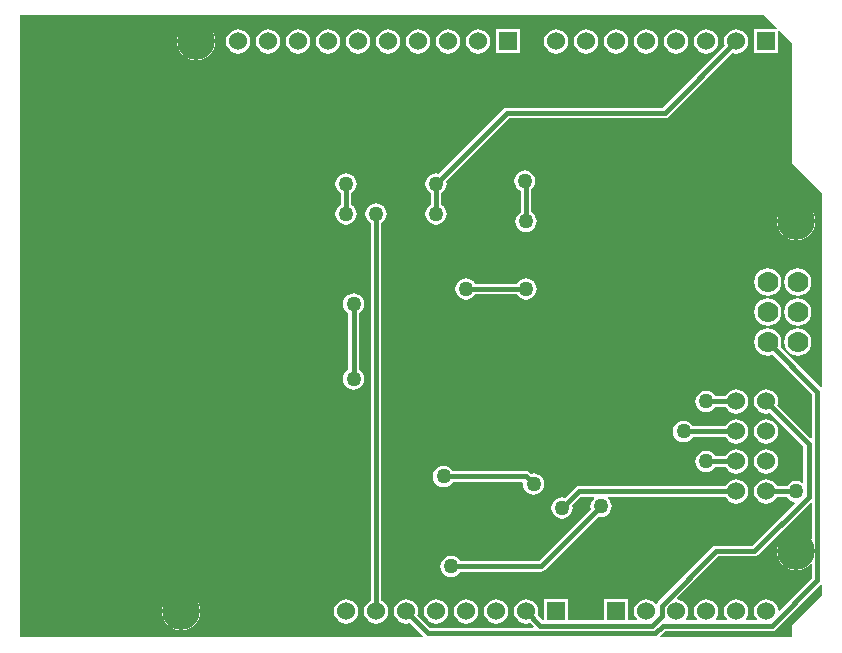
<source format=gbl>
G04*
G04 #@! TF.GenerationSoftware,Altium Limited,Altium Designer,26.2.0 (7)*
G04*
G04 Layer_Physical_Order=2*
G04 Layer_Color=16711680*
%FSLAX44Y44*%
%MOMM*%
G71*
G04*
G04 #@! TF.SameCoordinates,138AD885-AACF-4A89-911C-20B3B9BD5497*
G04*
G04*
G04 #@! TF.FilePolarity,Positive*
G04*
G01*
G75*
%ADD31C,0.3810*%
%ADD32C,3.2000*%
%ADD33C,1.5240*%
%ADD34R,1.5240X1.5240*%
%ADD35C,1.7780*%
%ADD36C,1.2700*%
G36*
X644209Y519430D02*
X643683Y518160D01*
X624840D01*
Y497840D01*
X645160D01*
Y516683D01*
X646430Y517209D01*
X657033Y506605D01*
Y406400D01*
X657290Y405112D01*
X658019Y404019D01*
X682433Y379605D01*
Y215636D01*
X681163Y215146D01*
X647025Y249284D01*
X647536Y250516D01*
X647929Y253500D01*
X647536Y256484D01*
X646384Y259265D01*
X644552Y261652D01*
X642164Y263484D01*
X639384Y264636D01*
X636400Y265029D01*
X633416Y264636D01*
X630636Y263484D01*
X628248Y261652D01*
X626416Y259265D01*
X625264Y256484D01*
X624871Y253500D01*
X625264Y250516D01*
X626416Y247736D01*
X628248Y245348D01*
X630636Y243516D01*
X633416Y242364D01*
X636400Y241971D01*
X639384Y242364D01*
X640616Y242875D01*
X673773Y209718D01*
Y172496D01*
X672600Y172010D01*
X644653Y199956D01*
X644899Y200548D01*
X645248Y203200D01*
X644899Y205852D01*
X643875Y208324D01*
X642246Y210446D01*
X640124Y212075D01*
X637652Y213099D01*
X635000Y213448D01*
X632348Y213099D01*
X629876Y212075D01*
X627754Y210446D01*
X626125Y208324D01*
X625102Y205852D01*
X624752Y203200D01*
X625102Y200548D01*
X626125Y198076D01*
X627754Y195954D01*
X629876Y194325D01*
X632348Y193302D01*
X635000Y192952D01*
X637652Y193302D01*
X638244Y193547D01*
X666663Y165128D01*
Y134836D01*
X665524Y134274D01*
X664883Y134765D01*
X662721Y135661D01*
X660400Y135967D01*
X658079Y135661D01*
X655917Y134765D01*
X654060Y133340D01*
X652672Y131532D01*
X644120D01*
X643875Y132124D01*
X642246Y134246D01*
X640124Y135875D01*
X637652Y136898D01*
X635000Y137248D01*
X632348Y136898D01*
X629876Y135875D01*
X627754Y134246D01*
X626125Y132124D01*
X625102Y129652D01*
X624752Y127000D01*
X625102Y124348D01*
X626125Y121876D01*
X627754Y119754D01*
X629876Y118125D01*
X632348Y117101D01*
X635000Y116752D01*
X637652Y117101D01*
X640124Y118125D01*
X642246Y119754D01*
X643875Y121876D01*
X644120Y122468D01*
X652672D01*
X654060Y120660D01*
X655917Y119235D01*
X658079Y118339D01*
X658880Y118233D01*
X659288Y117031D01*
X623252Y80995D01*
X592800D01*
X591066Y80650D01*
X589596Y79668D01*
X589596Y79668D01*
X543530Y33602D01*
X542592Y32197D01*
X542492Y32071D01*
X541301Y31793D01*
X540646Y32646D01*
X538524Y34275D01*
X536052Y35299D01*
X533400Y35648D01*
X530748Y35299D01*
X528276Y34275D01*
X526154Y32646D01*
X524525Y30524D01*
X523502Y28052D01*
X523152Y25400D01*
X523502Y22748D01*
X524525Y20276D01*
X525399Y19137D01*
X524773Y17867D01*
X518160D01*
Y35560D01*
X497840D01*
Y17867D01*
X467360D01*
Y35560D01*
X447040D01*
Y17867D01*
X445742D01*
X441453Y22156D01*
X441698Y22748D01*
X442048Y25400D01*
X441698Y28052D01*
X440675Y30524D01*
X439046Y32646D01*
X436924Y34275D01*
X434452Y35299D01*
X431800Y35648D01*
X429148Y35299D01*
X426676Y34275D01*
X424554Y32646D01*
X422925Y30524D01*
X421902Y28052D01*
X421552Y25400D01*
X421902Y22748D01*
X422925Y20276D01*
X424554Y18154D01*
X426676Y16525D01*
X429148Y15502D01*
X431800Y15152D01*
X434452Y15502D01*
X435044Y15747D01*
X438100Y12690D01*
X437614Y11517D01*
X350492D01*
X339853Y22156D01*
X340098Y22748D01*
X340448Y25400D01*
X340098Y28052D01*
X339075Y30524D01*
X337446Y32646D01*
X335324Y34275D01*
X332852Y35299D01*
X330200Y35648D01*
X327548Y35299D01*
X325076Y34275D01*
X322954Y32646D01*
X321325Y30524D01*
X320302Y28052D01*
X319952Y25400D01*
X320302Y22748D01*
X321325Y20276D01*
X322954Y18154D01*
X325076Y16525D01*
X327548Y15502D01*
X330200Y15152D01*
X332852Y15502D01*
X333444Y15747D01*
X344554Y4637D01*
X344028Y3367D01*
X3367D01*
Y530033D01*
X633605D01*
X644209Y519430D01*
D02*
G37*
G36*
X673773Y117038D02*
Y87128D01*
X672503Y86673D01*
X671768Y87569D01*
X669332Y89568D01*
X666553Y91054D01*
X663537Y91968D01*
X660400Y92277D01*
X657263Y91968D01*
X654247Y91054D01*
X651468Y89568D01*
X649032Y87569D01*
X647032Y85132D01*
X645546Y82353D01*
X644632Y79337D01*
X644323Y76200D01*
X644632Y73064D01*
X645546Y70047D01*
X647032Y67268D01*
X649032Y64832D01*
X651468Y62832D01*
X654247Y61346D01*
X657263Y60431D01*
X660400Y60123D01*
X663537Y60431D01*
X666553Y61346D01*
X669332Y62832D01*
X671768Y64832D01*
X672503Y65726D01*
X673773Y65272D01*
Y53520D01*
X646427Y26174D01*
X645086Y26629D01*
X644899Y28052D01*
X643875Y30524D01*
X642246Y32646D01*
X640124Y34275D01*
X637652Y35299D01*
X635000Y35648D01*
X632348Y35299D01*
X629876Y34275D01*
X627754Y32646D01*
X626125Y30524D01*
X625102Y28052D01*
X624752Y25400D01*
X625102Y22748D01*
X626125Y20276D01*
X626999Y19137D01*
X626373Y17867D01*
X618227D01*
X617601Y19137D01*
X618475Y20276D01*
X619498Y22748D01*
X619848Y25400D01*
X619498Y28052D01*
X618475Y30524D01*
X616846Y32646D01*
X614724Y34275D01*
X612252Y35299D01*
X609600Y35648D01*
X606948Y35299D01*
X604476Y34275D01*
X602354Y32646D01*
X600725Y30524D01*
X599701Y28052D01*
X599352Y25400D01*
X599701Y22748D01*
X600725Y20276D01*
X601599Y19137D01*
X600973Y17867D01*
X592827D01*
X592201Y19137D01*
X593075Y20276D01*
X594099Y22748D01*
X594448Y25400D01*
X594099Y28052D01*
X593075Y30524D01*
X591446Y32646D01*
X589324Y34275D01*
X586852Y35299D01*
X584200Y35648D01*
X581548Y35299D01*
X579076Y34275D01*
X576954Y32646D01*
X575325Y30524D01*
X574301Y28052D01*
X573952Y25400D01*
X574301Y22748D01*
X575325Y20276D01*
X576199Y19137D01*
X575573Y17867D01*
X567427D01*
X566801Y19137D01*
X567675Y20276D01*
X568699Y22748D01*
X569048Y25400D01*
X568699Y28052D01*
X567675Y30524D01*
X566046Y32646D01*
X563924Y34275D01*
X561452Y35299D01*
X560029Y35486D01*
X559574Y36827D01*
X594678Y71931D01*
X625129D01*
X626864Y72276D01*
X628334Y73258D01*
X672600Y117524D01*
X673773Y117038D01*
D02*
G37*
G36*
X682433Y47602D02*
Y39495D01*
X658019Y15081D01*
X657290Y13988D01*
X657033Y12700D01*
Y3367D01*
X545615D01*
X545089Y4637D01*
X549255Y8803D01*
X639997D01*
X641732Y9148D01*
X643202Y10130D01*
X681163Y48092D01*
X682433Y47602D01*
D02*
G37*
%LPC*%
G36*
X426720Y518160D02*
X406400D01*
Y497840D01*
X426720D01*
Y518160D01*
D02*
G37*
G36*
X609600Y518248D02*
X606948Y517898D01*
X604476Y516875D01*
X602354Y515246D01*
X600725Y513124D01*
X599701Y510652D01*
X599352Y508000D01*
X599701Y505348D01*
X599947Y504756D01*
X547155Y451964D01*
X415682D01*
X413948Y451619D01*
X412477Y450637D01*
X357860Y396019D01*
X355600Y396317D01*
X353279Y396011D01*
X351117Y395115D01*
X349260Y393690D01*
X347835Y391833D01*
X346939Y389671D01*
X346633Y387350D01*
X346939Y385029D01*
X347835Y382867D01*
X349260Y381010D01*
X351068Y379622D01*
Y369678D01*
X349260Y368290D01*
X347835Y366433D01*
X346939Y364271D01*
X346633Y361950D01*
X346939Y359629D01*
X347835Y357467D01*
X349260Y355610D01*
X351117Y354185D01*
X353279Y353289D01*
X355600Y352983D01*
X357921Y353289D01*
X360083Y354185D01*
X361940Y355610D01*
X363365Y357467D01*
X364261Y359629D01*
X364567Y361950D01*
X364261Y364271D01*
X363365Y366433D01*
X361940Y368290D01*
X360132Y369678D01*
Y379622D01*
X361940Y381010D01*
X363365Y382867D01*
X364261Y385029D01*
X364567Y387350D01*
X364269Y389610D01*
X417559Y442900D01*
X549032D01*
X550766Y443245D01*
X552237Y444227D01*
X606356Y498347D01*
X606948Y498102D01*
X609600Y497752D01*
X612252Y498102D01*
X614724Y499125D01*
X616846Y500754D01*
X618475Y502876D01*
X619498Y505348D01*
X619848Y508000D01*
X619498Y510652D01*
X618475Y513124D01*
X616846Y515246D01*
X614724Y516875D01*
X612252Y517898D01*
X609600Y518248D01*
D02*
G37*
G36*
X584200D02*
X581548Y517898D01*
X579076Y516875D01*
X576954Y515246D01*
X575325Y513124D01*
X574301Y510652D01*
X573952Y508000D01*
X574301Y505348D01*
X575325Y502876D01*
X576954Y500754D01*
X579076Y499125D01*
X581548Y498102D01*
X584200Y497752D01*
X586852Y498102D01*
X589324Y499125D01*
X591446Y500754D01*
X593075Y502876D01*
X594099Y505348D01*
X594448Y508000D01*
X594099Y510652D01*
X593075Y513124D01*
X591446Y515246D01*
X589324Y516875D01*
X586852Y517898D01*
X584200Y518248D01*
D02*
G37*
G36*
X558800D02*
X556148Y517898D01*
X553676Y516875D01*
X551554Y515246D01*
X549925Y513124D01*
X548901Y510652D01*
X548552Y508000D01*
X548901Y505348D01*
X549925Y502876D01*
X551554Y500754D01*
X553676Y499125D01*
X556148Y498102D01*
X558800Y497752D01*
X561452Y498102D01*
X563924Y499125D01*
X566046Y500754D01*
X567675Y502876D01*
X568699Y505348D01*
X569048Y508000D01*
X568699Y510652D01*
X567675Y513124D01*
X566046Y515246D01*
X563924Y516875D01*
X561452Y517898D01*
X558800Y518248D01*
D02*
G37*
G36*
X533400D02*
X530748Y517898D01*
X528276Y516875D01*
X526154Y515246D01*
X524525Y513124D01*
X523502Y510652D01*
X523152Y508000D01*
X523502Y505348D01*
X524525Y502876D01*
X526154Y500754D01*
X528276Y499125D01*
X530748Y498102D01*
X533400Y497752D01*
X536052Y498102D01*
X538524Y499125D01*
X540646Y500754D01*
X542275Y502876D01*
X543298Y505348D01*
X543648Y508000D01*
X543298Y510652D01*
X542275Y513124D01*
X540646Y515246D01*
X538524Y516875D01*
X536052Y517898D01*
X533400Y518248D01*
D02*
G37*
G36*
X508000D02*
X505348Y517898D01*
X502876Y516875D01*
X500754Y515246D01*
X499125Y513124D01*
X498102Y510652D01*
X497752Y508000D01*
X498102Y505348D01*
X499125Y502876D01*
X500754Y500754D01*
X502876Y499125D01*
X505348Y498102D01*
X508000Y497752D01*
X510652Y498102D01*
X513124Y499125D01*
X515246Y500754D01*
X516875Y502876D01*
X517898Y505348D01*
X518248Y508000D01*
X517898Y510652D01*
X516875Y513124D01*
X515246Y515246D01*
X513124Y516875D01*
X510652Y517898D01*
X508000Y518248D01*
D02*
G37*
G36*
X482600D02*
X479948Y517898D01*
X477476Y516875D01*
X475354Y515246D01*
X473725Y513124D01*
X472701Y510652D01*
X472352Y508000D01*
X472701Y505348D01*
X473725Y502876D01*
X475354Y500754D01*
X477476Y499125D01*
X479948Y498102D01*
X482600Y497752D01*
X485252Y498102D01*
X487724Y499125D01*
X489846Y500754D01*
X491475Y502876D01*
X492499Y505348D01*
X492848Y508000D01*
X492499Y510652D01*
X491475Y513124D01*
X489846Y515246D01*
X487724Y516875D01*
X485252Y517898D01*
X482600Y518248D01*
D02*
G37*
G36*
X457200D02*
X454548Y517898D01*
X452076Y516875D01*
X449954Y515246D01*
X448325Y513124D01*
X447301Y510652D01*
X446952Y508000D01*
X447301Y505348D01*
X448325Y502876D01*
X449954Y500754D01*
X452076Y499125D01*
X454548Y498102D01*
X457200Y497752D01*
X459852Y498102D01*
X462324Y499125D01*
X464446Y500754D01*
X466075Y502876D01*
X467099Y505348D01*
X467448Y508000D01*
X467099Y510652D01*
X466075Y513124D01*
X464446Y515246D01*
X462324Y516875D01*
X459852Y517898D01*
X457200Y518248D01*
D02*
G37*
G36*
X391160D02*
X388508Y517898D01*
X386036Y516875D01*
X383914Y515246D01*
X382285Y513124D01*
X381261Y510652D01*
X380912Y508000D01*
X381261Y505348D01*
X382285Y502876D01*
X383914Y500754D01*
X386036Y499125D01*
X388508Y498102D01*
X391160Y497752D01*
X393812Y498102D01*
X396284Y499125D01*
X398406Y500754D01*
X400035Y502876D01*
X401059Y505348D01*
X401408Y508000D01*
X401059Y510652D01*
X400035Y513124D01*
X398406Y515246D01*
X396284Y516875D01*
X393812Y517898D01*
X391160Y518248D01*
D02*
G37*
G36*
X365760D02*
X363108Y517898D01*
X360636Y516875D01*
X358514Y515246D01*
X356885Y513124D01*
X355862Y510652D01*
X355512Y508000D01*
X355862Y505348D01*
X356885Y502876D01*
X358514Y500754D01*
X360636Y499125D01*
X363108Y498102D01*
X365760Y497752D01*
X368412Y498102D01*
X370884Y499125D01*
X373006Y500754D01*
X374635Y502876D01*
X375658Y505348D01*
X376008Y508000D01*
X375658Y510652D01*
X374635Y513124D01*
X373006Y515246D01*
X370884Y516875D01*
X368412Y517898D01*
X365760Y518248D01*
D02*
G37*
G36*
X340360D02*
X337708Y517898D01*
X335236Y516875D01*
X333114Y515246D01*
X331485Y513124D01*
X330462Y510652D01*
X330112Y508000D01*
X330462Y505348D01*
X331485Y502876D01*
X333114Y500754D01*
X335236Y499125D01*
X337708Y498102D01*
X340360Y497752D01*
X343012Y498102D01*
X345484Y499125D01*
X347606Y500754D01*
X349235Y502876D01*
X350258Y505348D01*
X350608Y508000D01*
X350258Y510652D01*
X349235Y513124D01*
X347606Y515246D01*
X345484Y516875D01*
X343012Y517898D01*
X340360Y518248D01*
D02*
G37*
G36*
X314960D02*
X312308Y517898D01*
X309836Y516875D01*
X307714Y515246D01*
X306085Y513124D01*
X305061Y510652D01*
X304712Y508000D01*
X305061Y505348D01*
X306085Y502876D01*
X307714Y500754D01*
X309836Y499125D01*
X312308Y498102D01*
X314960Y497752D01*
X317612Y498102D01*
X320084Y499125D01*
X322206Y500754D01*
X323835Y502876D01*
X324859Y505348D01*
X325208Y508000D01*
X324859Y510652D01*
X323835Y513124D01*
X322206Y515246D01*
X320084Y516875D01*
X317612Y517898D01*
X314960Y518248D01*
D02*
G37*
G36*
X289560D02*
X286908Y517898D01*
X284436Y516875D01*
X282314Y515246D01*
X280685Y513124D01*
X279662Y510652D01*
X279312Y508000D01*
X279662Y505348D01*
X280685Y502876D01*
X282314Y500754D01*
X284436Y499125D01*
X286908Y498102D01*
X289560Y497752D01*
X292212Y498102D01*
X294684Y499125D01*
X296806Y500754D01*
X298435Y502876D01*
X299459Y505348D01*
X299808Y508000D01*
X299459Y510652D01*
X298435Y513124D01*
X296806Y515246D01*
X294684Y516875D01*
X292212Y517898D01*
X289560Y518248D01*
D02*
G37*
G36*
X264160D02*
X261508Y517898D01*
X259036Y516875D01*
X256914Y515246D01*
X255285Y513124D01*
X254261Y510652D01*
X253912Y508000D01*
X254261Y505348D01*
X255285Y502876D01*
X256914Y500754D01*
X259036Y499125D01*
X261508Y498102D01*
X264160Y497752D01*
X266812Y498102D01*
X269284Y499125D01*
X271406Y500754D01*
X273035Y502876D01*
X274058Y505348D01*
X274408Y508000D01*
X274058Y510652D01*
X273035Y513124D01*
X271406Y515246D01*
X269284Y516875D01*
X266812Y517898D01*
X264160Y518248D01*
D02*
G37*
G36*
X238760D02*
X236108Y517898D01*
X233636Y516875D01*
X231514Y515246D01*
X229885Y513124D01*
X228862Y510652D01*
X228512Y508000D01*
X228862Y505348D01*
X229885Y502876D01*
X231514Y500754D01*
X233636Y499125D01*
X236108Y498102D01*
X238760Y497752D01*
X241412Y498102D01*
X243884Y499125D01*
X246006Y500754D01*
X247635Y502876D01*
X248659Y505348D01*
X249008Y508000D01*
X248659Y510652D01*
X247635Y513124D01*
X246006Y515246D01*
X243884Y516875D01*
X241412Y517898D01*
X238760Y518248D01*
D02*
G37*
G36*
X213360D02*
X210708Y517898D01*
X208236Y516875D01*
X206114Y515246D01*
X204485Y513124D01*
X203461Y510652D01*
X203112Y508000D01*
X203461Y505348D01*
X204485Y502876D01*
X206114Y500754D01*
X208236Y499125D01*
X210708Y498102D01*
X213360Y497752D01*
X216012Y498102D01*
X218484Y499125D01*
X220606Y500754D01*
X222235Y502876D01*
X223258Y505348D01*
X223608Y508000D01*
X223258Y510652D01*
X222235Y513124D01*
X220606Y515246D01*
X218484Y516875D01*
X216012Y517898D01*
X213360Y518248D01*
D02*
G37*
G36*
X187960D02*
X185308Y517898D01*
X182836Y516875D01*
X180714Y515246D01*
X179085Y513124D01*
X178062Y510652D01*
X177712Y508000D01*
X178062Y505348D01*
X179085Y502876D01*
X180714Y500754D01*
X182836Y499125D01*
X185308Y498102D01*
X187960Y497752D01*
X190612Y498102D01*
X193084Y499125D01*
X195206Y500754D01*
X196835Y502876D01*
X197859Y505348D01*
X198208Y508000D01*
X197859Y510652D01*
X196835Y513124D01*
X195206Y515246D01*
X193084Y516875D01*
X190612Y517898D01*
X187960Y518248D01*
D02*
G37*
G36*
X152400Y524077D02*
X149263Y523769D01*
X146247Y522854D01*
X143468Y521368D01*
X141032Y519369D01*
X139032Y516932D01*
X137546Y514153D01*
X136631Y511137D01*
X136323Y508000D01*
X136631Y504864D01*
X137546Y501847D01*
X139032Y499068D01*
X141032Y496632D01*
X143468Y494632D01*
X146247Y493146D01*
X149263Y492231D01*
X152400Y491923D01*
X155536Y492231D01*
X158553Y493146D01*
X161332Y494632D01*
X163769Y496632D01*
X165768Y499068D01*
X167254Y501847D01*
X168169Y504864D01*
X168477Y508000D01*
X168169Y511137D01*
X167254Y514153D01*
X165768Y516932D01*
X163769Y519369D01*
X161332Y521368D01*
X158553Y522854D01*
X155536Y523769D01*
X152400Y524077D01*
D02*
G37*
G36*
X279400Y396317D02*
X277079Y396011D01*
X274917Y395115D01*
X273060Y393690D01*
X271635Y391833D01*
X270739Y389671D01*
X270433Y387350D01*
X270739Y385029D01*
X271635Y382867D01*
X273060Y381010D01*
X274868Y379622D01*
Y369678D01*
X273060Y368290D01*
X271635Y366433D01*
X270739Y364271D01*
X270433Y361950D01*
X270739Y359629D01*
X271635Y357467D01*
X273060Y355610D01*
X274917Y354185D01*
X277079Y353289D01*
X279400Y352983D01*
X281721Y353289D01*
X283883Y354185D01*
X285740Y355610D01*
X287165Y357467D01*
X288061Y359629D01*
X288367Y361950D01*
X288061Y364271D01*
X287165Y366433D01*
X285740Y368290D01*
X283932Y369678D01*
Y379622D01*
X285740Y381010D01*
X287165Y382867D01*
X288061Y385029D01*
X288367Y387350D01*
X288061Y389671D01*
X287165Y391833D01*
X285740Y393690D01*
X283883Y395115D01*
X281721Y396011D01*
X279400Y396317D01*
D02*
G37*
G36*
X430780Y398723D02*
X428459Y398417D01*
X426296Y397522D01*
X424439Y396097D01*
X423014Y394240D01*
X422119Y392077D01*
X421813Y389756D01*
X422119Y387435D01*
X423014Y385273D01*
X424439Y383416D01*
X426296Y381991D01*
X427268Y381588D01*
Y363328D01*
X425460Y361940D01*
X424035Y360083D01*
X423139Y357921D01*
X422833Y355600D01*
X423139Y353279D01*
X424035Y351117D01*
X425460Y349260D01*
X427317Y347835D01*
X429479Y346939D01*
X431800Y346633D01*
X434121Y346939D01*
X436283Y347835D01*
X438140Y349260D01*
X439565Y351117D01*
X440461Y353279D01*
X440767Y355600D01*
X440461Y357921D01*
X439565Y360083D01*
X438140Y361940D01*
X436332Y363328D01*
Y382811D01*
X437120Y383416D01*
X438545Y385273D01*
X439441Y387435D01*
X439746Y389756D01*
X439441Y392077D01*
X438545Y394240D01*
X437120Y396097D01*
X435263Y397522D01*
X433101Y398417D01*
X430780Y398723D01*
D02*
G37*
G36*
X660400Y371677D02*
X657263Y371368D01*
X654247Y370454D01*
X651468Y368968D01*
X649032Y366968D01*
X647032Y364532D01*
X645546Y361753D01*
X644632Y358736D01*
X644323Y355600D01*
X644632Y352463D01*
X645546Y349447D01*
X647032Y346668D01*
X649032Y344231D01*
X651468Y342232D01*
X654247Y340746D01*
X657263Y339832D01*
X660400Y339523D01*
X663537Y339832D01*
X666553Y340746D01*
X669332Y342232D01*
X671768Y344231D01*
X673768Y346668D01*
X675254Y349447D01*
X676169Y352463D01*
X676477Y355600D01*
X676169Y358736D01*
X675254Y361753D01*
X673768Y364532D01*
X671768Y366968D01*
X669332Y368968D01*
X666553Y370454D01*
X663537Y371368D01*
X660400Y371677D01*
D02*
G37*
G36*
X431800Y307417D02*
X429479Y307111D01*
X427317Y306215D01*
X425460Y304790D01*
X424072Y302982D01*
X388728D01*
X387340Y304790D01*
X385483Y306215D01*
X383321Y307111D01*
X381000Y307417D01*
X378679Y307111D01*
X376517Y306215D01*
X374660Y304790D01*
X373235Y302933D01*
X372339Y300771D01*
X372033Y298450D01*
X372339Y296129D01*
X373235Y293967D01*
X374660Y292110D01*
X376517Y290685D01*
X378679Y289789D01*
X381000Y289483D01*
X383321Y289789D01*
X385483Y290685D01*
X387340Y292110D01*
X388728Y293918D01*
X424072D01*
X425460Y292110D01*
X427317Y290685D01*
X429479Y289789D01*
X431800Y289483D01*
X434121Y289789D01*
X436283Y290685D01*
X438140Y292110D01*
X439565Y293967D01*
X440461Y296129D01*
X440767Y298450D01*
X440461Y300771D01*
X439565Y302933D01*
X438140Y304790D01*
X436283Y306215D01*
X434121Y307111D01*
X431800Y307417D01*
D02*
G37*
G36*
X661800Y315829D02*
X658816Y315436D01*
X656036Y314284D01*
X653648Y312452D01*
X651816Y310065D01*
X650664Y307284D01*
X650271Y304300D01*
X650664Y301316D01*
X651816Y298536D01*
X653648Y296148D01*
X656036Y294316D01*
X658816Y293164D01*
X661800Y292771D01*
X664784Y293164D01*
X667564Y294316D01*
X669952Y296148D01*
X671784Y298536D01*
X672936Y301316D01*
X673329Y304300D01*
X672936Y307284D01*
X671784Y310065D01*
X669952Y312452D01*
X667564Y314284D01*
X664784Y315436D01*
X661800Y315829D01*
D02*
G37*
G36*
X636400D02*
X633416Y315436D01*
X630636Y314284D01*
X628248Y312452D01*
X626416Y310065D01*
X625264Y307284D01*
X624871Y304300D01*
X625264Y301316D01*
X626416Y298536D01*
X628248Y296148D01*
X630636Y294316D01*
X633416Y293164D01*
X636400Y292771D01*
X639384Y293164D01*
X642164Y294316D01*
X644552Y296148D01*
X646384Y298536D01*
X647536Y301316D01*
X647929Y304300D01*
X647536Y307284D01*
X646384Y310065D01*
X644552Y312452D01*
X642164Y314284D01*
X639384Y315436D01*
X636400Y315829D01*
D02*
G37*
G36*
X661800Y290429D02*
X658816Y290036D01*
X656036Y288884D01*
X653648Y287052D01*
X651816Y284664D01*
X650664Y281884D01*
X650271Y278900D01*
X650664Y275916D01*
X651816Y273136D01*
X653648Y270748D01*
X656036Y268916D01*
X658816Y267764D01*
X661800Y267372D01*
X664784Y267764D01*
X667564Y268916D01*
X669952Y270748D01*
X671784Y273136D01*
X672936Y275916D01*
X673329Y278900D01*
X672936Y281884D01*
X671784Y284664D01*
X669952Y287052D01*
X667564Y288884D01*
X664784Y290036D01*
X661800Y290429D01*
D02*
G37*
G36*
X636400D02*
X633416Y290036D01*
X630636Y288884D01*
X628248Y287052D01*
X626416Y284664D01*
X625264Y281884D01*
X624871Y278900D01*
X625264Y275916D01*
X626416Y273136D01*
X628248Y270748D01*
X630636Y268916D01*
X633416Y267764D01*
X636400Y267372D01*
X639384Y267764D01*
X642164Y268916D01*
X644552Y270748D01*
X646384Y273136D01*
X647536Y275916D01*
X647929Y278900D01*
X647536Y281884D01*
X646384Y284664D01*
X644552Y287052D01*
X642164Y288884D01*
X639384Y290036D01*
X636400Y290429D01*
D02*
G37*
G36*
X661800Y265029D02*
X658816Y264636D01*
X656036Y263484D01*
X653648Y261652D01*
X651816Y259265D01*
X650664Y256484D01*
X650271Y253500D01*
X650664Y250516D01*
X651816Y247736D01*
X653648Y245348D01*
X656036Y243516D01*
X658816Y242364D01*
X661800Y241971D01*
X664784Y242364D01*
X667564Y243516D01*
X669952Y245348D01*
X671784Y247736D01*
X672936Y250516D01*
X673329Y253500D01*
X672936Y256484D01*
X671784Y259265D01*
X669952Y261652D01*
X667564Y263484D01*
X664784Y264636D01*
X661800Y265029D01*
D02*
G37*
G36*
X285750Y294717D02*
X283429Y294411D01*
X281267Y293515D01*
X279410Y292090D01*
X277985Y290233D01*
X277089Y288071D01*
X276783Y285750D01*
X277089Y283429D01*
X277985Y281267D01*
X279410Y279410D01*
X281218Y278022D01*
Y229978D01*
X279410Y228590D01*
X277985Y226733D01*
X277089Y224571D01*
X276783Y222250D01*
X277089Y219929D01*
X277985Y217767D01*
X279410Y215910D01*
X281267Y214485D01*
X283429Y213589D01*
X285750Y213283D01*
X288071Y213589D01*
X290233Y214485D01*
X292090Y215910D01*
X293515Y217767D01*
X294411Y219929D01*
X294717Y222250D01*
X294411Y224571D01*
X293515Y226733D01*
X292090Y228590D01*
X290282Y229978D01*
Y278022D01*
X292090Y279410D01*
X293515Y281267D01*
X294411Y283429D01*
X294717Y285750D01*
X294411Y288071D01*
X293515Y290233D01*
X292090Y292090D01*
X290233Y293515D01*
X288071Y294411D01*
X285750Y294717D01*
D02*
G37*
G36*
X609600Y213448D02*
X606948Y213099D01*
X604476Y212075D01*
X602354Y210446D01*
X600725Y208324D01*
X600480Y207732D01*
X591928D01*
X590540Y209540D01*
X588683Y210965D01*
X586521Y211861D01*
X584200Y212167D01*
X581879Y211861D01*
X579717Y210965D01*
X577860Y209540D01*
X576435Y207683D01*
X575539Y205521D01*
X575233Y203200D01*
X575539Y200879D01*
X576435Y198717D01*
X577860Y196860D01*
X579717Y195435D01*
X581879Y194539D01*
X584200Y194233D01*
X586521Y194539D01*
X588683Y195435D01*
X590540Y196860D01*
X591928Y198668D01*
X600480D01*
X600725Y198076D01*
X602354Y195954D01*
X604476Y194325D01*
X606948Y193302D01*
X609600Y192952D01*
X612252Y193302D01*
X614724Y194325D01*
X616846Y195954D01*
X618475Y198076D01*
X619498Y200548D01*
X619848Y203200D01*
X619498Y205852D01*
X618475Y208324D01*
X616846Y210446D01*
X614724Y212075D01*
X612252Y213099D01*
X609600Y213448D01*
D02*
G37*
G36*
Y188048D02*
X606948Y187698D01*
X604476Y186675D01*
X602354Y185046D01*
X600725Y182924D01*
X600480Y182332D01*
X572878D01*
X571490Y184140D01*
X569633Y185565D01*
X567471Y186461D01*
X565150Y186767D01*
X562829Y186461D01*
X560667Y185565D01*
X558810Y184140D01*
X557385Y182283D01*
X556489Y180121D01*
X556183Y177800D01*
X556489Y175479D01*
X557385Y173317D01*
X558810Y171460D01*
X560667Y170035D01*
X562829Y169139D01*
X565150Y168833D01*
X567471Y169139D01*
X569633Y170035D01*
X571490Y171460D01*
X572878Y173268D01*
X600480D01*
X600725Y172676D01*
X602354Y170554D01*
X604476Y168925D01*
X606948Y167901D01*
X609600Y167552D01*
X612252Y167901D01*
X614724Y168925D01*
X616846Y170554D01*
X618475Y172676D01*
X619498Y175148D01*
X619848Y177800D01*
X619498Y180452D01*
X618475Y182924D01*
X616846Y185046D01*
X614724Y186675D01*
X612252Y187698D01*
X609600Y188048D01*
D02*
G37*
G36*
X635000D02*
X632348Y187698D01*
X629876Y186675D01*
X627754Y185046D01*
X626125Y182924D01*
X625102Y180452D01*
X624752Y177800D01*
X625102Y175148D01*
X626125Y172676D01*
X627754Y170554D01*
X629876Y168925D01*
X632348Y167901D01*
X635000Y167552D01*
X637652Y167901D01*
X640124Y168925D01*
X642246Y170554D01*
X643875Y172676D01*
X644899Y175148D01*
X645248Y177800D01*
X644899Y180452D01*
X643875Y182924D01*
X642246Y185046D01*
X640124Y186675D01*
X637652Y187698D01*
X635000Y188048D01*
D02*
G37*
G36*
X609600Y162648D02*
X606948Y162299D01*
X604476Y161275D01*
X602354Y159646D01*
X600725Y157524D01*
X600480Y156932D01*
X591928D01*
X590540Y158740D01*
X588683Y160165D01*
X586521Y161061D01*
X584200Y161367D01*
X581879Y161061D01*
X579717Y160165D01*
X577860Y158740D01*
X576435Y156883D01*
X575539Y154721D01*
X575233Y152400D01*
X575539Y150079D01*
X576435Y147917D01*
X577860Y146060D01*
X579717Y144635D01*
X581879Y143739D01*
X584200Y143433D01*
X586521Y143739D01*
X588683Y144635D01*
X590540Y146060D01*
X591928Y147868D01*
X600480D01*
X600725Y147276D01*
X602354Y145154D01*
X604476Y143525D01*
X606948Y142501D01*
X609600Y142152D01*
X612252Y142501D01*
X614724Y143525D01*
X616846Y145154D01*
X618475Y147276D01*
X619498Y149748D01*
X619848Y152400D01*
X619498Y155052D01*
X618475Y157524D01*
X616846Y159646D01*
X614724Y161275D01*
X612252Y162299D01*
X609600Y162648D01*
D02*
G37*
G36*
X635000D02*
X632348Y162299D01*
X629876Y161275D01*
X627754Y159646D01*
X626125Y157524D01*
X625102Y155052D01*
X624752Y152400D01*
X625102Y149748D01*
X626125Y147276D01*
X627754Y145154D01*
X629876Y143525D01*
X632348Y142501D01*
X635000Y142152D01*
X637652Y142501D01*
X640124Y143525D01*
X642246Y145154D01*
X643875Y147276D01*
X644899Y149748D01*
X645248Y152400D01*
X644899Y155052D01*
X643875Y157524D01*
X642246Y159646D01*
X640124Y161275D01*
X637652Y162299D01*
X635000Y162648D01*
D02*
G37*
G36*
X609600Y137248D02*
X606948Y136898D01*
X604476Y135875D01*
X602354Y134246D01*
X600725Y132124D01*
X600480Y131532D01*
X476250D01*
X476250Y131532D01*
X474516Y131187D01*
X473045Y130205D01*
X464527Y121686D01*
X462267Y121983D01*
X459946Y121678D01*
X457783Y120782D01*
X455926Y119357D01*
X454501Y117500D01*
X453606Y115337D01*
X453300Y113017D01*
X453606Y110696D01*
X454501Y108533D01*
X455926Y106676D01*
X457783Y105251D01*
X459946Y104356D01*
X462267Y104050D01*
X464588Y104356D01*
X466750Y105251D01*
X468607Y106676D01*
X470032Y108533D01*
X470928Y110696D01*
X471233Y113017D01*
X470936Y115277D01*
X478127Y122468D01*
X489255D01*
X489686Y121198D01*
X488960Y120640D01*
X487535Y118783D01*
X486639Y116621D01*
X486333Y114300D01*
X486631Y112040D01*
X442623Y68032D01*
X376028D01*
X374640Y69840D01*
X372783Y71265D01*
X370621Y72161D01*
X368300Y72467D01*
X365979Y72161D01*
X363817Y71265D01*
X361960Y69840D01*
X360535Y67983D01*
X359639Y65821D01*
X359333Y63500D01*
X359639Y61179D01*
X360535Y59017D01*
X361960Y57160D01*
X363817Y55735D01*
X365979Y54839D01*
X368300Y54533D01*
X370621Y54839D01*
X372783Y55735D01*
X374640Y57160D01*
X376028Y58968D01*
X444500D01*
X446234Y59313D01*
X447705Y60295D01*
X493040Y105631D01*
X495300Y105333D01*
X497621Y105639D01*
X499783Y106535D01*
X501640Y107960D01*
X503065Y109817D01*
X503961Y111979D01*
X504267Y114300D01*
X503961Y116621D01*
X503065Y118783D01*
X501640Y120640D01*
X500914Y121198D01*
X501345Y122468D01*
X600480D01*
X600725Y121876D01*
X602354Y119754D01*
X604476Y118125D01*
X606948Y117101D01*
X609600Y116752D01*
X612252Y117101D01*
X614724Y118125D01*
X616846Y119754D01*
X618475Y121876D01*
X619498Y124348D01*
X619848Y127000D01*
X619498Y129652D01*
X618475Y132124D01*
X616846Y134246D01*
X614724Y135875D01*
X612252Y136898D01*
X609600Y137248D01*
D02*
G37*
G36*
X361950Y148667D02*
X359629Y148361D01*
X357467Y147465D01*
X355610Y146040D01*
X354185Y144183D01*
X353289Y142021D01*
X352983Y139700D01*
X353289Y137379D01*
X354185Y135217D01*
X355610Y133360D01*
X357467Y131935D01*
X359629Y131039D01*
X361950Y130733D01*
X364271Y131039D01*
X366433Y131935D01*
X368290Y133360D01*
X369678Y135168D01*
X428460D01*
X429297Y134213D01*
X429183Y133350D01*
X429489Y131029D01*
X430385Y128867D01*
X431810Y127010D01*
X433667Y125585D01*
X435829Y124689D01*
X438150Y124383D01*
X440471Y124689D01*
X442633Y125585D01*
X444490Y127010D01*
X445915Y128867D01*
X446811Y131029D01*
X447117Y133350D01*
X446811Y135671D01*
X445915Y137833D01*
X444490Y139690D01*
X442633Y141115D01*
X440471Y142011D01*
X438150Y142317D01*
X435890Y142019D01*
X435005Y142905D01*
X433534Y143887D01*
X431800Y144232D01*
X369678D01*
X368290Y146040D01*
X366433Y147465D01*
X364271Y148361D01*
X361950Y148667D01*
D02*
G37*
G36*
X406400Y35648D02*
X403748Y35299D01*
X401276Y34275D01*
X399154Y32646D01*
X397525Y30524D01*
X396502Y28052D01*
X396152Y25400D01*
X396502Y22748D01*
X397525Y20276D01*
X399154Y18154D01*
X401276Y16525D01*
X403748Y15502D01*
X406400Y15152D01*
X409052Y15502D01*
X411524Y16525D01*
X413646Y18154D01*
X415275Y20276D01*
X416298Y22748D01*
X416648Y25400D01*
X416298Y28052D01*
X415275Y30524D01*
X413646Y32646D01*
X411524Y34275D01*
X409052Y35299D01*
X406400Y35648D01*
D02*
G37*
G36*
X381000D02*
X378348Y35299D01*
X375876Y34275D01*
X373754Y32646D01*
X372125Y30524D01*
X371101Y28052D01*
X370752Y25400D01*
X371101Y22748D01*
X372125Y20276D01*
X373754Y18154D01*
X375876Y16525D01*
X378348Y15502D01*
X381000Y15152D01*
X383652Y15502D01*
X386124Y16525D01*
X388246Y18154D01*
X389875Y20276D01*
X390899Y22748D01*
X391248Y25400D01*
X390899Y28052D01*
X389875Y30524D01*
X388246Y32646D01*
X386124Y34275D01*
X383652Y35299D01*
X381000Y35648D01*
D02*
G37*
G36*
X355600D02*
X352948Y35299D01*
X350476Y34275D01*
X348354Y32646D01*
X346725Y30524D01*
X345701Y28052D01*
X345352Y25400D01*
X345701Y22748D01*
X346725Y20276D01*
X348354Y18154D01*
X350476Y16525D01*
X352948Y15502D01*
X355600Y15152D01*
X358252Y15502D01*
X360724Y16525D01*
X362846Y18154D01*
X364475Y20276D01*
X365499Y22748D01*
X365848Y25400D01*
X365499Y28052D01*
X364475Y30524D01*
X362846Y32646D01*
X360724Y34275D01*
X358252Y35299D01*
X355600Y35648D01*
D02*
G37*
G36*
X304800Y370917D02*
X302479Y370611D01*
X300317Y369715D01*
X298460Y368290D01*
X297035Y366433D01*
X296139Y364271D01*
X295833Y361950D01*
X296139Y359629D01*
X297035Y357467D01*
X298460Y355610D01*
X300268Y354222D01*
Y34520D01*
X299676Y34275D01*
X297554Y32646D01*
X295925Y30524D01*
X294902Y28052D01*
X294552Y25400D01*
X294902Y22748D01*
X295925Y20276D01*
X297554Y18154D01*
X299676Y16525D01*
X302148Y15502D01*
X304800Y15152D01*
X307452Y15502D01*
X309924Y16525D01*
X312046Y18154D01*
X313675Y20276D01*
X314699Y22748D01*
X315048Y25400D01*
X314699Y28052D01*
X313675Y30524D01*
X312046Y32646D01*
X309924Y34275D01*
X309332Y34520D01*
Y354222D01*
X311140Y355610D01*
X312565Y357467D01*
X313461Y359629D01*
X313767Y361950D01*
X313461Y364271D01*
X312565Y366433D01*
X311140Y368290D01*
X309283Y369715D01*
X307121Y370611D01*
X304800Y370917D01*
D02*
G37*
G36*
X279400Y35648D02*
X276748Y35299D01*
X274276Y34275D01*
X272154Y32646D01*
X270525Y30524D01*
X269501Y28052D01*
X269152Y25400D01*
X269501Y22748D01*
X270525Y20276D01*
X272154Y18154D01*
X274276Y16525D01*
X276748Y15502D01*
X279400Y15152D01*
X282052Y15502D01*
X284524Y16525D01*
X286646Y18154D01*
X288275Y20276D01*
X289298Y22748D01*
X289648Y25400D01*
X289298Y28052D01*
X288275Y30524D01*
X286646Y32646D01*
X284524Y34275D01*
X282052Y35299D01*
X279400Y35648D01*
D02*
G37*
G36*
X139700Y41477D02*
X136564Y41168D01*
X133547Y40254D01*
X130768Y38768D01*
X128331Y36769D01*
X126332Y34332D01*
X124846Y31553D01*
X123932Y28537D01*
X123623Y25400D01*
X123932Y22264D01*
X124846Y19247D01*
X126332Y16468D01*
X128331Y14031D01*
X130768Y12032D01*
X133547Y10546D01*
X136564Y9632D01*
X139700Y9323D01*
X142837Y9632D01*
X145853Y10546D01*
X148632Y12032D01*
X151068Y14031D01*
X153068Y16468D01*
X154554Y19247D01*
X155469Y22264D01*
X155777Y25400D01*
X155469Y28537D01*
X154554Y31553D01*
X153068Y34332D01*
X151068Y36769D01*
X148632Y38768D01*
X145853Y40254D01*
X142837Y41168D01*
X139700Y41477D01*
D02*
G37*
%LPD*%
D31*
X462267Y113017D02*
X476250Y127000D01*
X444500Y63500D02*
X495300Y114300D01*
X476250Y127000D02*
X609600D01*
X584200Y152400D02*
X609600D01*
X431800Y25400D02*
X443865Y13335D01*
X538397D01*
X546735Y21672D01*
Y30398D01*
X592800Y76463D01*
X625129D01*
X671195Y122529D01*
Y167005D01*
X635000Y203200D02*
X671195Y167005D01*
X330200Y25400D02*
X348615Y6985D01*
X547378Y13335D02*
X639997D01*
X541028Y6985D02*
X547378Y13335D01*
X348615Y6985D02*
X541028D01*
X635000Y127000D02*
X660400D01*
X285750Y222250D02*
Y285750D01*
X678305Y51642D02*
Y211595D01*
X549032Y447432D02*
X609600Y508000D01*
X355600Y387350D02*
X415682Y447432D01*
X549032D01*
X304800Y25400D02*
Y361950D01*
X639997Y13335D02*
X678305Y51642D01*
X636400Y253500D02*
X678305Y211595D01*
X381000Y298450D02*
X431800D01*
X584200Y203200D02*
X609600D01*
X279400Y361950D02*
Y387350D01*
X368300Y63500D02*
X444500D01*
X431800Y139700D02*
X438150Y133350D01*
X361950Y139700D02*
X431800D01*
X565150Y177800D02*
X609600D01*
X355600Y361950D02*
Y387350D01*
X430780Y388370D02*
Y389756D01*
Y388370D02*
X431800Y387350D01*
Y355600D02*
Y387350D01*
D32*
X660400Y355600D02*
D03*
X139700Y25400D02*
D03*
X152400Y508000D02*
D03*
X660400Y76200D02*
D03*
D33*
X609600Y127000D02*
D03*
Y203200D02*
D03*
X635000Y127000D02*
D03*
X355600Y25400D02*
D03*
X609600Y177800D02*
D03*
Y152400D02*
D03*
X635000Y203200D02*
D03*
Y177800D02*
D03*
Y152400D02*
D03*
X533400Y25400D02*
D03*
X558800D02*
D03*
X584200D02*
D03*
X609600D02*
D03*
X635000D02*
D03*
X391160Y508000D02*
D03*
X365760D02*
D03*
X340360D02*
D03*
X314960D02*
D03*
X289560D02*
D03*
X264160D02*
D03*
X238760D02*
D03*
X213360D02*
D03*
X187960D02*
D03*
X558800D02*
D03*
X533400D02*
D03*
X508000D02*
D03*
X482600D02*
D03*
X457200D02*
D03*
X609600D02*
D03*
X584200D02*
D03*
X381000Y25400D02*
D03*
X330200D02*
D03*
X304800D02*
D03*
X279400D02*
D03*
X431800D02*
D03*
X406400D02*
D03*
D34*
X508000D02*
D03*
X416560Y508000D02*
D03*
X635000D02*
D03*
X457200Y25400D02*
D03*
D35*
X636400Y304300D02*
D03*
X661800D02*
D03*
X636400Y278900D02*
D03*
X661800D02*
D03*
X636400Y253500D02*
D03*
X661800D02*
D03*
D36*
X462267Y113017D02*
D03*
X495300Y114300D02*
D03*
X584200Y152400D02*
D03*
X660400Y127000D02*
D03*
X285750Y222250D02*
D03*
Y285750D02*
D03*
X304800Y361950D02*
D03*
X431800Y298450D02*
D03*
X584200Y203200D02*
D03*
X381000Y298450D02*
D03*
X279400Y361950D02*
D03*
X368300Y63500D02*
D03*
X438150Y133350D02*
D03*
X361950Y139700D02*
D03*
X565150Y177800D02*
D03*
X279400Y387350D02*
D03*
X355600D02*
D03*
Y361950D02*
D03*
X430780Y389756D02*
D03*
X431800Y355600D02*
D03*
M02*

</source>
